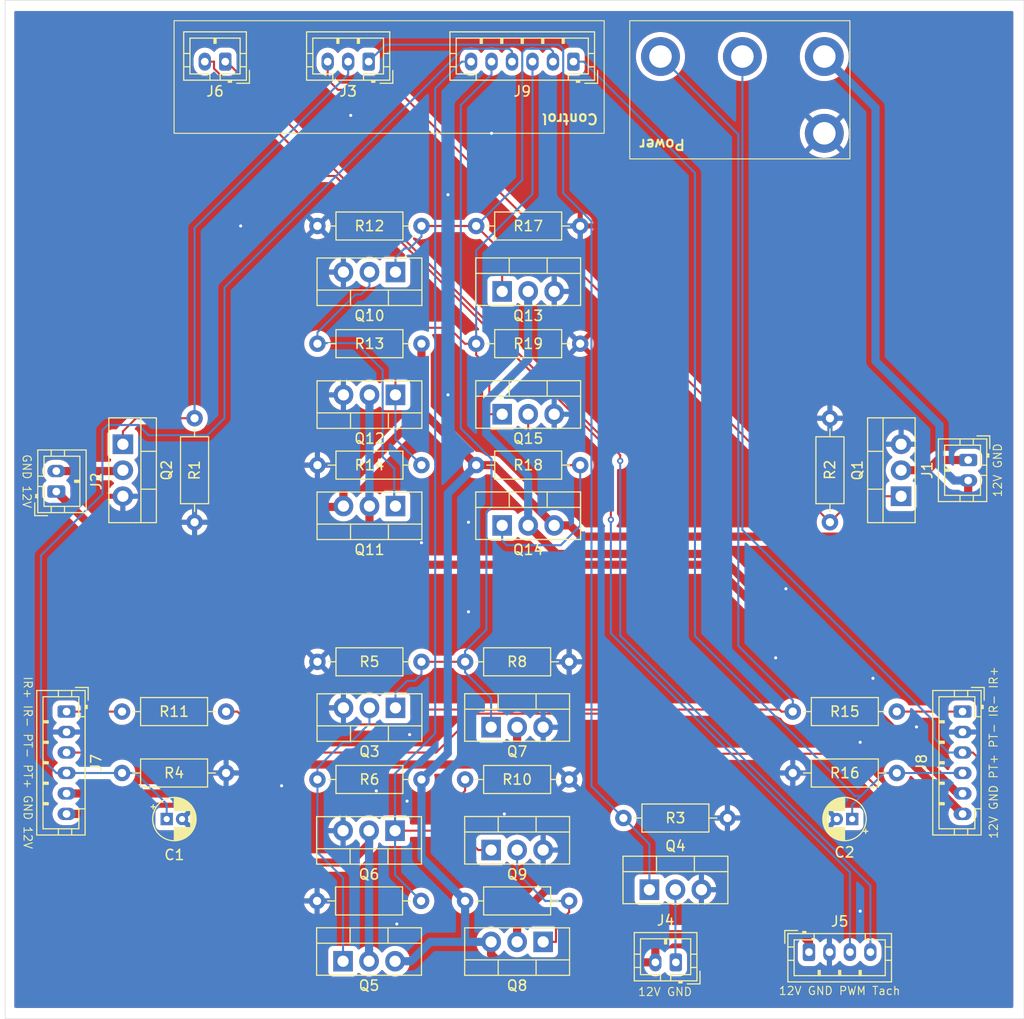
<source format=kicad_pcb>
(kicad_pcb (version 20240108) (generator "pcbnew") (generator_version "8.0")
  (layers (0 "F.Cu" signal) (31 "B.Cu" signal) (36 "B.SilkS" user "B.Silkscreen") (37 "F.SilkS" user "F.Silkscreen") (38 "B.Mask" user) (44 "Edge.Cuts" user))
  (net 0 "")
  (net 1 "GND")
  (net 2 "/Motors/(left) sense^{analog}")
  (net 3 "/Motors/(right) sense^{analog}")
  (net 4 "+12V")
  (net 5 "Net-(J1-Pin_1)")
  (net 6 "Net-(J2-Pin_2)")
  (net 7 "/Main Brush/mainBrushActivate")
  (net 8 "/Sweep Brushes/rightBrushActivate")
  (net 9 "/Sweep Brushes/leftBrushActivate")
  (net 10 "Net-(J4-Pin_1)")
  (net 11 "/Vacuum Turbine/Tach")
  (net 12 "/Vacuum Turbine/PWM")
  (net 13 "Net-(J7-Pin_1)")
  (net 14 "+5V")
  (net 15 "Net-(J7-Pin_5)")
  (net 16 "Net-(J7-Pin_6)")
  (net 17 "Net-(J8-Pin_5)")
  (net 18 "Net-(J8-Pin_6)")
  (net 19 "Net-(J8-Pin_1)")
  (net 20 "/Motors/(right) forwardActive")
  (net 21 "/Motors/(left) reverseActive")
  (net 22 "/Motors/(left) forwardActive")
  (net 23 "/Motors/(right) reverseActive")
  (net 24 "Net-(Q3-D)")
  (net 25 "Net-(Q8-G)")
  (net 26 "Net-(Q10-D)")
  (net 27 "Net-(Q14-G)")
  (net 28 "+3.3V")
  (footprint "Package_TO_SOT_THT:TO-220-3_Vertical" (layer "F.Cu") (at 145.09 95.945)
    (property "Reference" "Q15")
    (property "Value" "IRF540N")
  )
  (footprint "Resistor_THT:R_Axial_DIN0207_L6.3mm_D2.5mm_P10.16mm_Horizontal" (layer "F.Cu") (at 107.97 131)
    (property "Reference" "R4")
    (property "Value" "5.1k")
  )
  (footprint "Package_TO_SOT_THT:TO-220-3_Vertical" (layer "F.Cu") (at 134.63 136.635 180)
    (property "Reference" "Q6")
    (property "Value" "IRF540N")
  )
  (footprint "Package_TO_SOT_THT:TO-220-3_Vertical" (layer "F.Cu") (at 159.47 142.4)
    (property "Reference" "Q4")
    (property "Value" "IRF540N")
  )
  (footprint "Package_TO_SOT_THT:TO-220-3_Vertical" (layer "F.Cu") (at 149.09 147.5 180)
    (property "Reference" "Q8")
    (property "Value" "IRF9540N")
  )
  (footprint "Package_TO_SOT_THT:TO-220-3_Vertical" (layer "F.Cu") (at 134.67 124.635 180)
    (property "Reference" "Q3")
    (property "Value" "IRF540N")
  )
  (footprint "Package_TO_SOT_THT:TO-220-3_Vertical" (layer "F.Cu") (at 144.01 138.525)
    (property "Reference" "Q9")
    (property "Value" "IRF540N")
  )
  (footprint "Resistor_THT:R_Axial_DIN0207_L6.3mm_D2.5mm_P10.16mm_Horizontal" (layer "F.Cu") (at 142.55 100.92)
    (property "Reference" "R18")
    (property "Value" "10K")
  )
  (footprint "Resistor_THT:R_Axial_DIN0207_L6.3mm_D2.5mm_P10.16mm_Horizontal" (layer "F.Cu") (at 127.05 120.135)
    (property "Reference" "R5")
    (property "Value" "10K")
  )
  (footprint "Connector_JST:JST_PH_B2B-PH-K_1x02_P2.00mm_Vertical" (layer "F.Cu") (at 190.6 100.42 -90)
    (property "Reference" "J1")
    (property "Value" "Brush Motor 2 (right)")
  )
  (footprint "Capacitor_THT:CP_Radial_D4.0mm_P1.50mm" (layer "F.Cu") (at 179.2726 135.5 180)
    (property "Reference" "C2")
    (property "Value" "0.1uF")
  )
  (footprint "MountingHole:MountingHole_2.2mm_M2_DIN965_Pad" (layer "F.Cu") (at 176.55 68.5 -90)
    (property "Reference" "H2" (hide yes))
    (property "Value" "GND (external in)" (hide yes))
  )
  (footprint "Resistor_THT:R_Axial_DIN0207_L6.3mm_D2.5mm_P10.16mm_Horizontal" (layer "F.Cu") (at 183.63 131 180)
    (property "Reference" "R16")
    (property "Value" "5.1k")
  )
  (footprint "Resistor_THT:R_Axial_DIN0207_L6.3mm_D2.5mm_P10.16mm_Horizontal" (layer "F.Cu") (at 151.63 131.635 180)
    (property "Reference" "R10")
    (property "Value" "10K")
  )
  (footprint "Resistor_THT:R_Axial_DIN0207_L6.3mm_D2.5mm_P10.16mm_Horizontal" (layer "F.Cu") (at 137.21 100.92 180)
    (property "Reference" "R14")
    (property "Value" "10k")
  )
  (footprint "Connector_JST:JST_PH_B6B-PH-K_1x06_P2.00mm_Vertical" (layer "F.Cu") (at 190.05 125 -90)
    (property "Reference" "J8")
    (property "Value" "Motor (right)")
  )
  (footprint "Package_TO_SOT_THT:TO-220-3_Vertical" (layer "F.Cu") (at 144.01 126.525)
    (property "Reference" "Q7")
    (property "Value" "IRF540N")
  )
  (footprint "Resistor_THT:R_Axial_DIN0207_L6.3mm_D2.5mm_P10.16mm_Horizontal" (layer "F.Cu") (at 141.47 120.135)
    (property "Reference" "R8")
    (property "Value" "10k")
  )
  (footprint "Resistor_THT:R_Axial_DIN0207_L6.3mm_D2.5mm_P10.16mm_Horizontal" (layer "F.Cu") (at 152.71 89.055 180)
    (property "Reference" "R19")
    (property "Value" "10K")
  )
  (footprint "Package_TO_SOT_THT:TO-220-3_Vertical" (layer "F.Cu") (at 134.67 82.055 180)
    (property "Reference" "Q10")
    (property "Value" "IRF540N")
  )
  (footprint "MountingHole:MountingHole_2.2mm_M2_DIN965_Pad" (layer "F.Cu") (at 160.55 61 -90)
    (property "Reference" "H4" (hide yes))
    (property "Value" "3.3V (external in)" (hide yes))
  )
  (footprint "MountingHole:MountingHole_2.2mm_M2_DIN965_Pad" (layer "F.Cu") (at 176.55 61 -90)
    (property "Reference" "H1" (hide yes))
    (property "Value" "12V (external in)" (hide yes))
  )
  (footprint "Connector_JST:JST_PH_B2B-PH-K_1x02_P2.00mm_Vertical" (layer "F.Cu") (at 162.05 149.5 180)
    (property "Reference" "J4")
    (property "Value" "Brush Motor Main")
  )
  (footprint "Package_TO_SOT_THT:TO-220-3_Vertical" (layer "F.Cu") (at 108.05 98.88 -90)
    (property "Reference" "Q2")
    (property "Value" "IRF540N")
  )
  (footprint "Resistor_THT:R_Axial_DIN0207_L6.3mm_D2.5mm_P10.16mm_Horizontal" (layer "F.Cu") (at 141.47 143.5)
    (property "Reference" "R9" (hide yes))
    (property "Value" "10K")
  )
  (footprint "Package_TO_SOT_THT:TO-220-3_Vertical" (layer "F.Cu") (at 145.09 106.81)
    (property "Reference" "Q14")
    (property "Value" "IRF9540N")
  )
  (footprint "Connector_JST:JST_PH_B3B-PH-K_1x03_P2.00mm_Vertical" (layer "F.Cu") (at 132.05 61.5 180)
    (property "Reference" "J3")
    (property "Value" "Brush Header (control)")
  )
  (footprint "Resistor_THT:R_Axial_DIN0207_L6.3mm_D2.5mm_P10.16mm_Horizontal" (layer "F.Cu") (at 156.93 135.4)
    (property "Reference" "R3")
    (property "Value" "10k")
  )
  (footprint "Resistor_THT:R_Axial_DIN0207_L6.3mm_D2.5mm_P10.16mm_Horizontal" (layer "F.Cu") (at 183.63 125 180)
    (property "Reference" "R15")
    (property "Value" "10")
  )
  (footprint "Resistor_THT:R_Axial_DIN0207_L6.3mm_D2.5mm_P10.16mm_Horizontal" (layer "F.Cu") (at 115.05 96.34 -90)
    (property "Reference" "R1")
    (property "Value" "10k")
  )
  (footprint "Resistor_THT:R_Axial_DIN0207_L6.3mm_D2.5mm_P10.16mm_Horizontal" (layer "F.Cu") (at 137.21 131.635 180)
    (property "Reference" "R6")
    (property "Value" "10K")
  )
  (footprint "Resistor_THT:R_Axial_DIN0207_L6.3mm_D2.5mm_P10.16mm_Horizontal" (layer "F.Cu") (at 177.1 106.5 90)
    (property "Reference" "R2")
    (property "Value" "10k")
  )
  (footprint "Capacitor_THT:CP_Radial_D4.0mm_P1.50mm" (layer "F.Cu") (at 112.3274 135.5)
    (property "Reference" "C1")
    (property "Value" "0.1uF")
  )
  (footprint "Resistor_THT:R_Axial_DIN0207_L6.3mm_D2.5mm_P10.16mm_Horizontal" (layer "F.Cu") (at 142.55 77.555)
    (property "Reference" "R17")
    (property "Value" "10k")
  )
  (footprint "Package_TO_SOT_THT:TO-220-3_Vertical" (layer "F.Cu") (at 134.67 94.055 180)
    (property "Reference" "Q12")
    (property "Value" "IRF540N")
  )
  (footprint "MountingHole:MountingHole_2.2mm_M2_DIN965_Pad" (layer "F.Cu") (at 168.55 61 -90)
    (property "Reference" "H3" (hide yes))
    (property "Value" "5V (external in)" (hide yes))
  )
  (footprint "Resistor_THT:R_Axial_DIN0207_L6.3mm_D2.5mm_P10.16mm_Horizontal" (layer "F.Cu") (at 107.97 125)
    (property "Reference" "R11")
    (property "Value" "10")
  )
  (footprint "Package_TO_SOT_THT:TO-220-3_Vertical" (layer "F.Cu") (at 184.045 103.96 90)
    (property "Reference" "Q1")
    (property "Value" "IRF540N")
  )
  (footprint "Connector_JST:JST_PH_B2B-PH-K_1x02_P2.00mm_Vertical" (layer "F.Cu") (at 101.55 103.5 90)
    (property "Reference" "J2")
    (property "Value" "Brush Motor 1 (left)")
  )
  (footprint "Package_TO_SOT_THT:TO-220-3_Vertical" (layer "F.Cu") (at 129.55 149.39)
    (property "Reference" "Q5")
    (property "Value" "IRF9540N")
  )
  (footprint "Resistor_THT:R_Axial_DIN0207_L6.3mm_D2.5mm_P10.16mm_Horizontal" (layer "F.Cu") (at 137.21 89.055 180)
    (property "Reference" "R13")
    (property "Value" "10K")
  )
  (footprint "Resistor_THT:R_Axial_DIN0207_L6.3mm_D2.5mm_P10.16mm_Horizontal" (layer "F.Cu") (at 127.05 77.555)
    (property "Reference" "R12")
    (property "Value" "10K")
  )
  (footprint "Resistor_THT:R_Axial_DIN0207_L6.3mm_D2.5mm_P10.16mm_Horizontal" (layer "F.Cu") (at 137.17 143.5 180)
    (property "Reference" "R7" (hide yes))
    (property "Value" "10k")
  )
  (footprint "Package_TO_SOT_THT:TO-220-3_Vertical" (layer "F.Cu") (at 134.67 104.92 180)
    (property "Reference" "Q11")
    (property "Value" "IRF9540N")
  )
  (footprint "Connector_JST:JST_PH_B6B-PH-K_1x06_P2.00mm_Vertical" (layer "F.Cu") (at 152.05 61.5 180)
    (property "Reference" "J9")
    (property "Value" "Motor Header (control)")
  )
  (footprint "Connector_JST:JST_PH_B4B-PH-K_1x04_P2.00mm_Vertical" (layer "F.Cu") (at 175.05 148.5)
    (property "Reference" "J5")
    (property "Value" "Vacuum")
  )
  (footprint "Package_TO_SOT_THT:TO-220-3_Vertical" (layer "F.Cu") (at 145.09 83.945)
    (property "Reference" "Q13")
    (property "Value" "IRF540N")
  )
  (footprint "Connector_JST:JST_PH_B2B-PH-K_1x02_P2.00mm_Vertical" (layer "F.Cu") (at 118.05 61.5 180)
    (property "Reference" "J6")
    (property "Value" "Vacuum Header (control)")
  )
  (footprint "Connector_JST:JST_PH_B6B-PH-K_1x06_P2.00mm_Vertical" (layer "F.Cu") (at 102.55 125 -90)
    (property "Reference" "J7")
    (property "Value" "Motor (left)")
  )
  (gr_rect (start 113.05 57.5) (end 155.05 68.5) (stroke (width 0.1)) (fill none) (layer "F.SilkS"))
  (gr_rect (start 157.55 57.5) (end 179.05 71) (stroke (width 0.1)) (fill none) (layer "F.SilkS"))
  (gr_rect (start 96.55 55.5) (end 196.05 155) (stroke (width 0.05)) (fill none) (layer "Edge.Cuts"))
  (gr_text "12V GND PWM Tach" (at 172.05 152.75 0) (layer "F.SilkS") (effects (font (size 0.8 0.8) (thickness 0.1)) (justify left bottom)))
  (gr_text "GND 12V" (at 98.2 99.8 270) (layer "F.SilkS") (effects (font (size 0.8 0.8) (thickness 0.1)) (justify left bottom)))
  (gr_text "Control\n" (at 154.55 66.5 180) (layer "F.SilkS") (effects (font (size 1 1) (thickness 0.2) (bold yes)) (justify left bottom)))
  (gr_text "IR+ IR- PT- PT+ GND 12V" (at 98.3 121.510953 270) (layer "F.SilkS") (effects (font (size 0.8 0.8) (thickness 0.1)) (justify left bottom)))
  (gr_text "12V GND" (at 193.95 104.118572 90) (layer "F.SilkS") (effects (font (size 0.8 0.8) (thickness 0.1)) (justify left bottom)))
  (gr_text "12V GND PT+ PT- IR- IR+" (at 193.55 137.489048 90) (layer "F.SilkS") (effects (font (size 0.8 0.8) (thickness 0.1)) (justify left bottom)))
  (gr_text "Power" (at 163.05 69 180) (layer "F.SilkS") (effects (font (size 1 1) (thickness 0.2) (bold yes)) (justify left bottom)))
  (gr_text "12V GND" (at 158.3 152.85 0) (layer "F.SilkS") (effects (font (size 0.8 0.8) (thickness 0.1)) (justify left bottom)))
  (via (at 171.8 119.75) (size 0.6) (drill 0.3) (layers "F.Cu" "B.Cu") (net 1))
  (via (at 139.8 94.055) (size 0.6) (drill 0.3) (layers "F.Cu" "B.Cu") (net 1))
  (via (at 139.8 74.5) (size 0.6) (drill 0.3) (layers "F.Cu" "B.Cu") (net 1))
  (via (at 132.13 85.75) (size 0.6) (drill 0.3) (layers "F.Cu" "B.Cu") (net 1))
  (via (at 180.05 128) (size 0.6) (drill 0.3) (layers "F.Cu" "B.Cu") (net 1))
  (via (at 144.05 68.5) (size 0.6) (drill 0.3) (layers "F.Cu" "B.Cu") (net 1))
  (via (at 141.8 106.5) (size 0.6) (drill 0.3) (layers "F.Cu" "B.Cu") (net 1))
  (via (at 137.21 108.5) (size 0.6) (drill 0.3) (layers "F.Cu" "B.Cu") (net 1))
  (via (at 136.05 127.25) (size 0.6) (drill 0.3) (layers "F.Cu" "B.Cu") (net 1))
  (via (at 135.8 133.75) (size 0.6) (drill 0.3) (layers "F.Cu" "B.Cu") (net 1))
  (via (at 123.55 132.25) (size 0.6) (drill 0.3) (layers "F.Cu" "B.Cu") (net 1))
  (via (at 134.8 145.75) (size 0.6) (drill 0.3) (layers "F.Cu" "B.Cu") (net 1))
  (via (at 130.3 66.75) (size 0.6) (drill 0.3) (layers "F.Cu" "B.Cu") (net 1))
  (via (at 119.55 77.555) (size 0.6) (drill 0.3) (layers "F.Cu" "B.Cu") (net 1))
  (via (at 132.8 132.75) (size 0.6) (drill 0.3) (layers "F.Cu" "B.Cu") (net 1))
  (via (at 185.55 126.5) (size 0.6) (drill 0.3) (layers "F.Cu" "B.Cu") (net 1))
  (via (at 181.3 121.75) (size 0.6) (drill 0.3) (layers "F.Cu" "B.Cu") (net 1))
  (via (at 145.3 135) (size 0.6) (drill 0.3) (layers "F.Cu" "B.Cu") (net 1))
  (via (at 180.05 144.5) (size 0.6) (drill 0.3) (layers "F.Cu" "B.Cu") (net 1))
  (via (at 141.8 115.25) (size 0.6) (drill 0.3) (layers "F.Cu" "B.Cu") (net 1))
  (via (at 172.8 113) (size 0.6) (drill 0.3) (layers "F.Cu" "B.Cu") (net 1))
  (segment (start 150.17 81.1967) (end 150.17 83.945) (width 0.2) (layer "B.Cu") (net 1))
  (segment (start 152.71 77.555) (end 152.71 78.6567) (width 0.2) (layer "B.Cu") (net 1))
  (segment (start 150.17 91.595) (end 152.71 89.055) (width 0.2) (layer "B.Cu") (net 1))
  (segment (start 150.17 86.515) (end 150.17 83.945) (width 0.2) (layer "B.Cu") (net 1))
  (segment (start 152.71 78.6567) (end 150.17 81.1967) (width 0.2) (layer "B.Cu") (net 1))
  (segment (start 150.17 95.945) (end 150.17 91.595) (width 0.2) (layer "B.Cu") (net 1))
  (segment (start 152.71 89.055) (end 150.17 86.515) (width 0.2) (layer "B.Cu") (net 1))
  (segment (start 110.55 98) (end 109.55 97) (width 0.2) (layer "B.Cu") (net 2))
  (segment (start 146.05 61.5) (end 146.05 60.5) (width 0.2) (layer "B.Cu") (net 2))
  (segment (start 106.05 103.75) (end 100.05 109.75) (width 0.2) (layer "B.Cu") (net 2))
  (segment (start 146.05 60.5) (end 145.7874 60.2374) (width 0.2) (layer "B.Cu") (net 2))
  (segment (start 112.3274 135.5) (end 112.3274 134.0274) (width 0.2) (layer "B.Cu") (net 2))
  (segment (start 106.05 97.5) (end 106.05 103.75) (width 0.2) (layer "B.Cu") (net 2))
  (segment (start 117.973 96.327) (end 116.3 98) (width 0.2) (layer "B.Cu") (net 2))
  (segment (start 101.55 131) (end 102.55 131) (width 0.2) (layer "B.Cu") (net 2))
  (segment (start 145.7874 60.2374) (end 141.3126 60.2374) (width 0.2) (layer "B.Cu") (net 2))
  (segment (start 106.55 97) (end 106.05 97.5) (width 0.2) (layer "B.Cu") (net 2))
  (segment (start 112.3274 134.0274) (end 109.3 131) (width 0.2) (layer "B.Cu") (net 2))
  (segment (start 141.3126 60.2374) (end 117.973 83.577) (width 0.2) (layer "B.Cu") (net 2))
  (segment (start 109.55 97) (end 106.55 97) (width 0.2) (layer "B.Cu") (net 2))
  (segment (start 102.55 131) (end 107.97 131) (width 0.2) (layer "B.Cu") (net 2))
  (segment (start 109.3 131) (end 107.97 131) (width 0.2) (layer "B.Cu") (net 2))
  (segment (start 100.05 109.75) (end 100.05 129.5) (width 0.2) (layer "B.Cu") (net 2))
  (segment (start 116.3 98) (end 110.55 98) (width 0.2) (layer "B.Cu") (net 2))
  (segment (start 117.973 83.577) (end 117.973 96.327) (width 0.2) (layer "B.Cu") (net 2))
  (segment (start 100.05 129.5) (end 101.55 131) (width 0.2) (layer "B.Cu") (net 2))
  (segment (start 180.133 133.2444) (end 179.5444 133.2444) (width 0.2) (layer "B.Cu") (net 3))
  (segment (start 179.2726 134.1048) (end 179.2726 135.5) (width 0.2) (layer "B.Cu") (net 3))
  (segment (start 163.9176 72.3676) (end 153.05 61.5) (width 0.2) (layer "B.Cu") (net 3))
  (segment (start 163.9176 117.6176) (end 163.9176 72.3676) (width 0.2) (layer "B.Cu") (net 3))
  (segment (start 179.5444 133.2444) (end 163.9176 117.6176) (width 0.2) (layer "B.Cu") (net 3))
  (segment (start 190.05 131) (end 183.63 131) (width 0.2) (layer "B.Cu") (net 3))
  (segment (start 183.63 131) (end 182.3774 131) (width 0.2) (layer "B.Cu") (net 3))
  (segment (start 182.3774 131) (end 180.133 133.2444) (width 0.2) (layer "B.Cu") (net 3))
  (segment (start 153.05 61.5) (end 152.05 61.5) (width 0.2) (layer "B.Cu") (net 3))
  (segment (start 180.133 133.2444) (end 179.2726 134.1048) (width 0.2) (layer "B.Cu") (net 3))
  (segment (start 129.59 104.92) (end 129.59 103.3183) (width 0.8) (layer "F.Cu") (net 4))
  (segment (start 160.05 149.5) (end 160.05 149.1002) (width 0.8) (layer "F.Cu") (net 4))
  (segment (start 144.8 149.5) (end 144.01 148.71) (width 0.8) (layer "F.Cu") (net 4))
  (segment (start 110.05 107) (end 112.8 104.25) (width 0.8) (layer "F.Cu") (net 4))
  (segment (start 112.8 104.25) (end 126.55 104.25) (width 0.8) (layer "F.Cu") (net 4))
  (segment (start 151.7242 106.81) (end 152.8182 107.904) (width 0.8) (layer "F.Cu") (net 4))
  (segment (start 160.05 149.1002) (end 159.6502 149.5) (width 0.8) (layer "F.Cu") (net 4))
  (segment (start 150.17 106.81) (end 151.7242 106.81) (width 0.8) (layer "F.Cu") (net 4))
  (segment (start 137.2692 95.6391) (end 142.55 100.92) (width 0.8) (layer "F.Cu") (net 4))
  (segment (start 142.55 100.92) (end 144.28 100.92) (width 0.8) (layer "F.Cu") (net 4))
  (segment (start 137.21 89.055) (end 137.21 95.58) (width 0.8) (layer "F.Cu") (net 4))
  (segment (start 144.01 148.71) (end 144.01 147.5) (width 0.8) (layer "F.Cu") (net 4))
  (segment (start 161.3 146.75) (end 160.05 148) (width 0.8) (layer "F.Cu") (net 4))
  (segment (start 175.05 147.5) (end 174.3 146.75) (width 0.8) (layer "F.Cu") (net 4))
  (segment (start 144.28 100.92) (end 150.17 106.81) (width 0.8) (layer "F.Cu") (net 4))
  (segment (start 175.05 148.5) (end 175.05 147.5) (width 0.8) (layer "F.Cu") (net 4))
  (segment (start 137.2692 95.6391) (end 129.59 103.3183) (width 0.8) (layer "F.Cu") (net 4))
  (segment (start 126.55 104.25) (end 127.3 105) (width 0.8) (layer "F.Cu") (net 4))
  (segment (start 105.05 107) (end 110.05 107) (width 0.8) (layer "F.Cu") (net 4))
  (segment (start 186.3177 107.904) (end 190.6 103.6217) (width 0.8) (layer "F.Cu") (net 4))
  (segment (start 101.55 103.5) (end 105.05 107) (width 0.8) (layer "F.Cu") (net 4))
  (segment (start 137.21 95.58) (end 137.2692 95.6391) (width 0.8) (layer "F.Cu") (net 4))
  (segment (start 190.6 102.42) (end 190.6 103.6217) (width 0.8) (layer "F.Cu") (net 4))
  (segment (start 174.3 146.75) (end 161.3 146.75) (width 0.8) (layer "F.Cu") (net 4))
  (segment (start 159.6502 149.5) (end 144.8 149.5) (width 0.8) (layer "F.Cu") (net 4))
  (segment (start 152.8182 107.904) (end 186.3177 107.904) (width 0.8) (layer "F.Cu") (net 4))
  (segment (start 127.3 105) (end 129.51 105) (width 0.8) (layer "F.Cu") (net 4))
  (segment (start 129.51 105) (end 129.59 104.92) (width 0.8) (layer "F.Cu") (net 4))
  (segment (start 160.05 148) (end 160.05 149.1002) (width 0.8) (layer "F.Cu") (net 4))
  (segment (start 143.2329 147.5) (end 141.47 147.5) (width 0.8) (layer "B.Cu") (net 4))
  (segment (start 189.22 102.42) (end 187.8 101) (width 0.8) (layer "B.Cu") (net 4))
  (segment (start 190.6 102.42) (end 189.22 102.42) (width 0.8) (layer "B.Cu") (net 4))
  (segment (start 181.5498 65.9998) (end 176.55 61) (width 0.8) (layer "B.Cu") (net 4))
  (segment (start 139.7806 103.6894) (end 142.55 100.92) (width 0.8) (layer "B.Cu") (net 4))
  (segment (start 134.63 149.39) (end 136.1842 149.39) (width 0.8) (layer "B.Cu") (net 4))
  (segment (start 141.47 143.5) (end 137.21 139.24) (width 0.8) (layer "B.Cu") (net 4))
  (segment (start 144.01 147.5) (end 143.2329 147.5) (width 0.8) (layer "B.Cu") (net 4))
  (segment (start 141.47 147.5) (end 141.47 143.5) (width 0.8) (layer "B.Cu") (net 4))
  (segment (start 137.21 139.24) (end 137.21 131.635) (width 0.8) (layer "B.Cu") (net 4))
  (segment (start 137.21 131.635) (end 139.7806 129.0644) (width 0.8) (layer "B.Cu") (net 4))
  (segment (start 141.47 147.5) (end 138.0742 147.5) (width 0.8) (layer "B.Cu") (net 4))
  (segment (start 138.0742 147.5) (end 136.1842 149.39) (width 0.8) (layer "B.Cu") (net 4))
  (segment (start 181.5498 90.7498) (end 181.5498 65.9998) (width 0.8) (layer "B.Cu") (net 4))
  (segment (start 187.8 97) (end 181.5498 90.7498) (width 0.8) (layer "B.Cu") (net 4))
  (segment (start 139.7806 129.0644) (end 139.7806 103.6894) (width 0.8) (layer "B.Cu") (net 4))
  (segment (start 187.8 101) (end 187.8 97) (width 0.8) (layer "B.Cu") (net 4))
  (segment (start 187.63 100.42) (end 190.6 100.42) (width 0.8) (layer "F.Cu") (net 5))
  (segment (start 184.045 101.42) (end 186.63 101.42) (width 0.8) (layer "F.Cu") (net 5))
  (segment (start 186.63 101.42) (end 187.63 100.42) (width 0.8) (layer "F.Cu") (net 5))
  (segment (start 101.55 101.5) (end 107.97 101.5) (width 0.8) (layer "F.Cu") (net 6))
  (segment (start 107.97 101.5) (end 108.05 101.42) (width 0.8) (layer "F.Cu") (net 6))
  (segment (start 151.05 74.3369) (end 151.05 60.25) (width 0.2) (layer "B.Cu") (net 7))
  (segment (start 153.8117 132.2817) (end 153.8117 77.0986) (width 0.2) (layer "B.Cu") (net 7))
  (segment (start 133.7126 59.8374) (end 132.05 61.5) (width 0.2) (layer "B.Cu") (net 7))
  (segment (start 156.93 135.4) (end 153.8117 132.2817) (width 0.2) (layer "B.Cu") (net 7))
  (segment (start 151.05 60.25) (end 150.6374 59.8374) (width 0.2) (layer "B.Cu") (net 7))
  (segment (start 156.93 135.4) (end 159.47 137.94) (width 0.2) (layer "B.Cu") (net 7))
  (segment (start 150.6374 59.8374) (end 133.7126 59.8374) (width 0.2) (layer "B.Cu") (net 7))
  (segment (start 159.47 137.94) (end 159.47 142.4) (width 0.2) (layer "B.Cu") (net 7))
  (segment (start 153.8117 77.0986) (end 151.05 74.3369) (width 0.2) (layer "B.Cu") (net 7))
  (segment (start 129.05 64.25) (end 134.85 64.25) (width 0.2) (layer "F.Cu") (net 8))
  (segment (start 128.05 63.25) (end 129.05 64.25) (width 0.2) (layer "F.Cu") (net 8))
  (segment (start 179.64 103.96) (end 177.1 106.5) (width 0.2) (layer "F.Cu") (net 8))
  (segment (start 184.045 103.96) (end 179.64 103.96) (width 0.2) (layer "F.Cu") (net 8))
  (segment (start 128.05 61.5) (end 128.05 63.25) (width 0.2) (layer "F.Cu") (net 8))
  (segment (start 134.85 64.25) (end 177.1 106.5) (width 0.2) (layer "F.Cu") (net 8))
  (segment (start 108.05 98.88) (end 108.05 97.6258) (width 0.2) (layer "F.Cu") (net 9))
  (segment (start 109.3358 96.34) (end 108.05 97.6258) (width 0.2) (layer "F.Cu") (net 9))
  (segment (start 115.05 96.34) (end 109.3358 96.34) (width 0.2) (layer "F.Cu") (net 9))
  (segment (start 130.05 62.75) (end 115.05 77.75) (width 0.2) (layer "B.Cu") (net 9))
  (segment (start 115.05 77.75) (end 115.05 96.34) (width 0.2) (layer "B.Cu") (net 9))
  (segment (start 130.05 61.5) (end 130.05 62.75) (width 0.2) (layer "B.Cu") (net 9))
  (segment (start 162.05 149.5) (end 162.01 149.46) (width 0.2) (layer "B.Cu") (net 10))
  (segment (start 162.01 149.46) (end 162.01 142.4) (width 0.2) (layer "B.Cu") (net 10))
  (segment (start 118.178 61.5) (end 118.05 61.5) (width 0.2) (layer "F.Cu") (net 11))
  (segment (start 156.6161 100.5083) (end 156.6161 99.9381) (width 0.2) (layer "F.Cu") (net 11))
  (segment (start 156.6161 99.9381) (end 118.178 61.5) (width 0.2) (layer "F.Cu") (net 11))
  (via (at 156.6161 100.5083) (size 0.6) (drill 0.3) (layers "F.Cu" "B.Cu") (net 11))
  (segment (start 181.05 148.5) (end 181.05 141.9908) (width 0.2) (layer "B.Cu") (net 11))
  (segment (start 156.6161 117.5569) (end 156.6161 100.5083) (width 0.2) (layer "B.Cu") (net 11))
  (segment (start 181.05 141.9908) (end 156.6161 117.5569) (width 0.2) (layer "B.Cu") (net 11))
  (segment (start 116.05 61.5) (end 116.9517 61.5) (width 0.2) (layer "F.Cu") (net 12))
  (segment (start 128.7659 72.6646) (end 127.438 72.6646) (width 0.2) (layer "F.Cu") (net 12))
  (segment (start 116.9517 62.1783) (end 116.9517 61.5) (width 0.2) (layer "F.Cu") (net 12))
  (segment (start 155.7041 99.6028) (end 128.7659 72.6646) (width 0.2) (layer "F.Cu") (net 12))
  (segment (start 155.7041 106.2516) (end 155.7041 99.6028) (width 0.2) (layer "F.Cu") (net 12))
  (segment (start 127.438 72.6646) (end 116.9517 62.1783) (width 0.2) (layer "F.Cu") (net 12))
  (via (at 155.7041 106.2516) (size 0.6) (drill 0.3) (layers "F.Cu" "B.Cu") (net 12))
  (segment (start 155.7041 117.3542) (end 155.7041 106.2516) (width 0.2) (layer "B.Cu") (net 12))
  (segment (start 179.05 140.7001) (end 155.7041 117.3542) (width 0.2) (layer "B.Cu") (net 12))
  (segment (start 179.05 148.5) (end 179.05 140.7001) (width 0.2) (layer "B.Cu") (net 12))
  (segment (start 102.55 125) (end 107.97 125) (width 0.2) (layer "F.Cu") (net 13))
  (segment (start 156.8841 125.2031) (end 142.4382 125.2031) (width 0.2) (layer "F.Cu") (net 14))
  (segment (start 191.55 135.5) (end 190.8 136.25) (width 0.2) (layer "F.Cu") (net 14))
  (segment (start 191.05 129) (end 191.55 129.5) (width 0.2) (layer "F.Cu") (net 14))
  (segment (start 190.8 136.25) (end 185.5717 136.25) (width 0.2) (layer "F.Cu") (net 14))
  (segment (start 185.5717 136.25) (end 178.4429 129.1212) (width 0.2) (layer "F.Cu") (net 14))
  (segment (start 191.55 129.5) (end 191.55 135.5) (width 0.2) (layer "F.Cu") (net 14))
  (segment (start 178.4429 129.1212) (end 160.8022 129.1212) (width 0.2) (layer "F.Cu") (net 14))
  (segment (start 160.8022 129.1212) (end 156.8841 125.2031) (width 0.2) (layer "F.Cu") (net 14))
  (segment (start 142.4382 125.2031) (end 138.6413 129) (width 0.2) (layer "F.Cu") (net 14))
  (segment (start 138.6413 129) (end 102.55 129) (width 0.2) (layer "F.Cu") (net 14))
  (segment (start 190.05 129) (end 191.05 129) (width 0.2) (layer "F.Cu") (net 14))
  (segment (start 168.5515 61.0015) (end 168.55 61) (width 0.2) (layer "B.Cu") (net 14))
  (segment (start 188.675 129) (end 187.3 127.625) (width 0.2) (layer "B.Cu") (net 14))
  (segment (start 168.5515 107.2515) (end 168.5515 61.0015) (width 0.2) (layer "B.Cu") (net 14))
  (segment (start 187.3 126) (end 168.5515 107.2515) (width 0.2) (layer "B.Cu") (net 14))
  (segment (start 190.05 129) (end 188.675 129) (width 0.2) (layer "B.Cu") (net 14))
  (segment (start 187.3 127.625) (end 187.3 126) (width 0.2) (layer "B.Cu") (net 14))
  (segment (start 122.6319 130.1681) (end 119.8 133) (width 0.8) (layer "F.Cu") (net 15))
  (segment (start 146.55 126.525) (end 146.55 128.1267) (width 0.8) (layer "F.Cu") (net 15))
  (segment (start 151.55 140.25) (end 151.55 136) (width 0.8) (layer "F.Cu") (net 15))
  (segment (start 146.55 147.5) (end 146.55 145.25) (width 0.8) (layer "F.Cu") (net 15))
  (segment (start 119.8 133) (end 102.55 133) (width 0.8) (layer "F.Cu") (net 15))
  (segment (start 145.7181 130.1681) (end 144.5086 130.1681) (width 0.8) (layer "F.Cu") (net 15))
  (segment (start 146.55 145.25) (end 151.55 140.25) (width 0.8) (layer "F.Cu") (net 15))
  (segment (start 144.5086 130.1681) (end 146.55 128.1267) (width 0.8) (layer "F.Cu") (net 15))
  (segment (start 144.5086 130.1681) (end 122.6319 130.1681) (width 0.8) (layer "F.Cu") (net 15))
  (segment (start 151.55 136) (end 145.7181 130.1681) (width 0.8) (layer "F.Cu") (net 15))
  (segment (start 130.2625 139.75) (end 132.09 137.9225) (width 0.8) (layer "F.Cu") (net 16))
  (segment (start 106.05 135) (end 110.8 139.75) (width 0.8) (layer "F.Cu") (net 16))
  (segment (start 102.55 135) (end 106.05 135) (width 0.8) (layer "F.Cu") (net 16))
  (segment (start 110.8 139.75) (end 130.2625 139.75) (width 0.8) (layer "F.Cu") (net 16))
  (segment (start 132.09 137.9225) (end 132.09 136.635) (width 0.8) (layer "F.Cu") (net 16))
  (segment (start 132.09 136.635) (end 132.09 149.39) (width 0.8) (layer "B.Cu") (net 16))
  (segment (start 190.05 133) (end 189.5594 133) (width 0.8) (layer "F.Cu") (net 17))
  (segment (start 150.4202 109.6002) (end 147.63 106.81) (width 0.8) (layer "F.Cu") (net 17))
  (segment (start 189.5594 133) (end 166.1596 109.6002) (width 0.8) (layer "F.Cu") (net 17))
  (segment (start 166.1596 109.6002) (end 150.4202 109.6002) (width 0.8) (layer "F.Cu") (net 17))
  (segment (start 143.5358 94.6957) (end 147.63 90.6015) (width 0.8) (layer "B.Cu") (net 17))
  (segment (start 147.63 90.6015) (end 147.63 83.945) (width 0.8) (layer "B.Cu") (net 17))
  (segment (start 147.63 101.9446) (end 143.5358 97.8504) (width 0.8) (layer "B.Cu") (net 17))
  (segment (start 147.63 106.81) (end 147.63 101.9446) (width 0.8) (layer "B.Cu") (net 17))
  (segment (start 143.5358 97.8504) (end 143.5358 94.6957) (width 0.8) (layer "B.Cu") (net 17))
  (segment (start 132.13 104.92) (end 132.13 106.5217) (width 0.8) (layer "F.Cu") (net 18))
  (segment (start 190.05 135) (end 165.6988 110.6488) (width 0.8) (layer "F.Cu") (net 18))
  (segment (start 136.2571 110.6488) (end 132.13 106.5217) (width 0.8) (layer "F.Cu") (net 18))
  (segment (start 165.6988 110.6488) (end 136.2571 110.6488) (width 0.8) (layer "F.Cu") (net 18))
  (segment (start 132.13 94.055) (end 132.13 104.92) (width 0.8) (layer "B.Cu") (net 18))
  (segment (start 190.05 125) (end 183.63 125) (width 0.2) (layer "F.Cu") (net 19))
  (segment (start 145.09 83.945) (end 145.09 80.095) (width 0.2) (layer "F.Cu") (net 20))
  (segment (start 137.21 77.555) (end 138.3117 77.555) (width 0.2) (layer "F.Cu") (net 20))
  (segment (start 142.55 77.555) (end 138.3117 77.555) (width 0.2) (layer "F.Cu") (net 20))
  (segment (start 145.09 80.095) (end 142.55 77.555) (width 0.2) (layer "F.Cu") (net 20))
  (segment (start 137.21 77.555) (end 137.21 78.59) (width 0.2) (layer "B.Cu") (net 20))
  (segment (start 135.55 79.75) (end 134.67 80.63) (width 0.2) (layer "B.Cu") (net 20))
  (segment (start 147.05 60.5884) (end 147.05 73.055) (width 0.2) (layer "B.Cu") (net 20))
  (segment (start 147.05 73.055) (end 142.55 77.555) (width 0.2) (layer "B.Cu") (net 20))
  (segment (start 150.05 61.5) (end 150.05 60.5) (width 0.2) (layer "B.Cu") (net 20))
  (segment (start 134.67 80.63) (end 134.67 82.055) (width 0.2) (layer "B.Cu") (net 20))
  (segment (start 137.21 78.59) (end 136.05 79.75) (width 0.2) (layer "B.Cu") (net 20))
  (segment (start 147.401 60.2374) (end 147.05 60.5884) (width 0.2) (layer "B.Cu") (net 20))
  (segment (start 149.7874 60.2374) (end 147.401 60.2374) (width 0.2) (layer "B.Cu") (net 20))
  (segment (start 136.05 79.75) (end 135.55 79.75) (width 0.2) (layer "B.Cu") (net 20))
  (segment (start 150.05 60.5) (end 149.7874 60.2374) (width 0.2) (layer "B.Cu") (net 20))
  (segment (start 141.47 131.635) (end 141.47 132.7367) (width 0.2) (layer "F.Cu") (net 21))
  (segment (start 140.8658 133.3409) (end 141.47 132.7367) (width 0.2) (layer "F.Cu") (net 21))
  (segment (start 134.63 136.635) (end 140.8658 136.635) (width 0.2) (layer "F.Cu") (net 21))
  (segment (start 144.01 138.525) (end 142.7558 138.525) (width 0.2) (layer "F.Cu") (net 21))
  (segment (start 140.8658 136.635) (end 142.7558 138.525) (width 0.2) (layer "F.Cu") (net 21))
  (segment (start 140.8658 136.635) (end 140.8658 133.3409) (width 0.2) (layer "F.Cu") (net 21))
  (segment (start 137.17 143.5) (end 134.63 140.96) (width 0.2) (layer "B.Cu") (net 21))
  (segment (start 138.55 64.0983) (end 141.1483 61.5) (width 0.2) (layer "B.Cu") (net 21))
  (segment (start 134.63 140.96) (end 134.63 136.635) (width 0.2) (layer "B.Cu") (net 21))
  (segment (start 134.63 136.635) (end 134.63 131.0541) (width 0.2) (layer "B.Cu") (net 21))
  (segment (start 141.1483 61.5) (end 142.05 61.5) (width 0.2) (layer "B.Cu") (net 21))
  (segment (start 138.55 127.1341) (end 138.55 64.0983) (width 0.2) (layer "B.Cu") (net 21))
  (segment (start 134.63 131.0541) (end 138.55 127.1341) (width 0.2) (layer "B.Cu") (net 21))
  (segment (start 141.47 120.135) (end 137.21 120.135) (width 0.2) (layer "F.Cu") (net 22))
  (segment (start 141.05 65.75) (end 141.05 97.3221) (width 0.2) (layer "B.Cu") (net 22))
  (segment (start 135.8 122) (end 134.67 123.13) (width 0.2) (layer "B.Cu") (net 22))
  (segment (start 141.47 120.135) (end 141.47 121.17) (width 0.2) (layer "B.Cu") (net 22))
  (segment (start 141.47 121.17) (end 144.01 123.71) (width 0.2) (layer "B.Cu") (net 22))
  (segment (start 137.21 121.34) (end 136.55 122) (width 0.2) (layer "B.Cu") (net 22))
  (segment (start 143.55 117) (end 141.47 119.08) (width 0.2) (layer "B.Cu") (net 22))
  (segment (start 141.47 119.08) (end 141.47 120.135) (width 0.2) (layer "B.Cu") (net 22))
  (segment (start 134.67 123.13) (end 134.67 124.635) (width 0.2) (layer "B.Cu") (net 22))
  (segment (start 144.01 123.71) (end 144.01 126.525) (width 0.2) (layer "B.Cu") (net 22))
  (segment (start 144.05 61.5) (end 144.05 62.75) (width 0.2) (layer "B.Cu") (net 22))
  (segment (start 137.21 120.135) (end 137.21 121.34) (width 0.2) (layer "B.Cu") (net 22))
  (segment (start 144.05 62.75) (end 141.05 65.75) (width 0.2) (layer "B.Cu") (net 22))
  (segment (start 141.05 97.3221) (end 144.05 100.3221) (width 0.2) (layer "B.Cu") (net 22))
  (segment (start 144.05 100.3221) (end 144.05 105) (width 0.2) (layer "B.Cu") (net 22))
  (segment (start 136.55 122) (end 135.8 122) (width 0.2) (layer "B.Cu") (net 22))
  (segment (start 143.55 105.5) (end 143.55 117) (width 0.2) (layer "B.Cu") (net 22))
  (segment (start 144.05 105) (end 143.55 105.5) (width 0.2) (layer "B.Cu") (net 22))
  (segment (start 134.67 94.055) (end 134.67 88.63) (width 0.2) (layer "F.Cu") (net 23))
  (segment (start 141.4483 89.055) (end 142.55 89.055) (width 0.2) (layer "F.Cu") (net 23))
  (segment (start 142.55 89.055) (end 142.55 90.1567) (width 0.2) (layer "F.Cu") (net 23))
  (segment (start 145.09 95.945) (end 143.8358 95.945) (width 0.2) (layer "F.Cu") (net 23))
  (segment (start 135.8 87.5) (end 139.8933 87.5) (width 0.2) (layer "F.Cu") (net 23))
  (segment (start 143.8358 95.945) (end 143.8358 91.4425) (width 0.2) (layer "F.Cu") (net 23))
  (segment (start 134.67 88.63) (end 135.8 87.5) (width 0.2) (layer "F.Cu") (net 23))
  (segment (start 139.8933 87.5) (end 141.4483 89.055) (width 0.2) (layer "F.Cu") (net 23))
  (segment (start 143.8358 91.4425) (end 142.55 90.1567) (width 0.2) (layer "F.Cu") (net 23))
  (segment (start 142.55 89.055) (end 142.55 79.9425) (width 0.2) (layer "B.Cu") (net 23))
  (segment (start 134.67 98.38) (end 134.67 94.055) (width 0.2) (layer "B.Cu") (net 23))
  (segment (start 148.05 74.4425) (end 148.05 62.6767) (width 0.2) (layer "B.Cu") (net 23))
  (segment (start 137.21 100.92) (end 134.67 98.38) (width 0.2) (layer "B.Cu") (net 23))
  (segment (start 142.55 79.9425) (end 148.05 74.4425) (width 0.2) (layer "B.Cu") (net 23))
  (segment (start 148.05 61.5) (end 148.05 62.6767) (width 0.2) (layer "B.Cu") (net 23))
  (segment (start 129.55 128) (end 130.3 128) (width 0.2) (layer "B.Cu") (net 24))
  (segment (start 130.3 128) (end 132.13 126.17) (width 0.2) (layer "B.Cu") (net 24))
  (segment (start 129.55 141.25) (end 129.55 149.39) (width 0.2) (layer "B.Cu") (net 24))
  (segment (start 127.05 131.5179) (end 127.05 138.75) (width 0.2) (layer "B.Cu") (net 24))
  (segment (start 127.05 138.75) (end 129.55 141.25) (width 0.2) (layer "B.Cu") (net 24))
  (segment (start 132.13 126.17) (end 132.13 124.635) (width 0.2) (layer "B.Cu") (net 24))
  (segment (start 127.05 130.5) (end 129.55 128) (width 0.2) (layer "B.Cu") (net 24))
  (segment (start 127.05 131.635) (end 127.05 131.5179) (width 0.2) (layer "B.Cu") (net 24))
  (segment (start 127.05 131.5179) (end 127.05 130.5) (width 0.2) (layer "B.Cu") (net 24))
  (segment (start 150.3442 147.5) (end 150.3442 145.8875) (width 0.2) (layer "F.Cu") (net 25))
  (segment (start 150.3442 145.8875) (end 151.63 144.6017) (width 0.2) (layer "F.Cu") (net 25))
  (segment (start 149.09 147.5) (end 150.3442 147.5) (width 0.2) (layer "F.Cu") (net 25))
  (segment (start 151.63 143.5) (end 151.63 144.6017) (width 0.2) (layer "F.Cu") (net 25))
  (segment (start 151.63 143.5) (end 149.3 143.5) (width 0.2) (layer "B.Cu") (net 25))
  (segment (start 149.3 143.5) (end 146.55 140.75) (width 0.2) (layer "B.Cu") (net 25))
  (segment (start 146.55 140.75) (end 146.55 138.525) (width 0.2) (layer "B.Cu") (net 25))
  (segment (start 134.67 104.92) (end 134.55 104.8) (width 0.2) (layer "B.Cu") (net 26))
  (segment (start 132.13 83.42) (end 132.13 82.055) (width 0.2) (layer "B.Cu") (net 26))
  (segment (start 134.55 104.8) (end 134.55 101.25) (width 0.2) (layer "B.Cu") (net 26))
  (segment (start 133.4175 91.6175) (end 130.8 89) (width 0.2) (layer "B.Cu") (net 26))
  (segment (start 131.3 84.25) (end 132.13 83.42) (width 0.2) (layer "B.Cu") (net 26))
  (segment (start 127.5459 89) (end 127.05 88.5041) (width 0.2) (layer "B.Cu") (net 26))
  (segment (start 127.05 88.5041) (end 127.05 87.9533) (width 0.2) (layer "B.Cu") (net 26))
  (segment (start 133.4175 100.1175) (end 133.4175 91.6175) (width 0.2) (layer "B.Cu") (net 26))
  (segment (start 127.05 87.9533) (end 130.7533 84.25) (width 0.2) (layer "B.Cu") (net 26))
  (segment (start 134.55 101.25) (end 133.4175 100.1175) (width 0.2) (layer "B.Cu") (net 26))
  (segment (start 130.8 89) (end 127.5459 89) (width 0.2) (layer "B.Cu") (net 26))
  (segment (start 127.05 89.055) (end 127.05 88.5041) (width 0.2) (layer "B.Cu") (net 26))
  (segment (start 130.7533 84.25) (end 131.3 84.25) (width 0.2) (layer "B.Cu") (net 26))
  (segment (start 147.63 98.08) (end 147.63 95.945) (width 0.2) (layer "F.Cu") (net 27))
  (segment (start 150.47 100.92) (end 147.63 98.08) (width 0.2) (layer "F.Cu") (net 27))
  (segment (start 152.71 100.92) (end 150.47 100.92) (width 0.2) (layer "F.Cu") (net 27))
  (segment (start 145.55 108.75) (end 145.09 108.29) (width 0.2) (layer "B.Cu") (net 27))
  (segment (start 150.8 108.75) (end 145.55 108.75) (width 0.2) (layer "B.Cu") (net 27))
  (segment (start 152.71 106.84) (end 150.8 108.75) (width 0.2) (layer "B.Cu") (net 27))
  (segment (start 145.09 108.29) (end 145.09 106.81) (width 0.2) (layer "B.Cu") (net 27))
  (segment (start 152.71 100.92) (end 152.71 106.84) (width 0.2) (layer "B.Cu") (net 27))
  (segment (start 172.1697 124.8014) (end 137.7486 124.8014) (width 0.2) (layer "F.Cu") (net 28))
  (segment (start 120.4817 126.25) (end 119.2317 125) (width 0.2) (layer "F.Cu") (net 28))
  (segment (start 172.3683 125) (end 172.1697 124.8014) (width 0.2) (layer "F.Cu") (net 28))
  (segment (start 136.3 126.25) (end 120.4817 126.25) (width 0.2) (layer "F.Cu") (net 28))
  (segment (start 173.47 125) (end 172.3683 125) (width 0.2) (layer "F.Cu") (net 28))
  (segment (start 137.7486 124.8014) (end 136.3 126.25) (width 0.2) (layer "F.Cu") (net 28))
  (segment (start 119.2317 125) (end 118.13 125) (width 0.2) (layer "F.Cu") (net 28))
  (segment (start 168.1498 118.5781) (end 168.1498 68.5998) (width 0.2) (layer "B.Cu") (net 28))
  (segment (start 168.1498 68.5998) (end 160.55 61) (width 0.2) (layer "B.Cu") (net 28))
  (segment (start 173.47 125) (end 173.47 123.8983) (width 0.2) (layer "B.Cu") (net 28))
  (segment (start 173.47 123.8983) (end 168.1498 118.5781) (width 0.2) (layer "B.Cu") (net 28))
  (zone (net 1) (net_name "GND") (layer "F.Cu") (connect_pads (clearance 0.5)) (min_thickness 0.25) (fill yes (thermal_gap 0.5) (thermal_bridge_width 0.5))
    (polygon (pts (xy 96.55 55.5) (xy 196.05 55.5) (xy 196.05 155) (xy 96.05 155)))
  )
  (zone (net 1) (net_name "GND") (layer "B.Cu") (priority 1) (connect_pads (clearance 0.5)) (min_thickness 0.25) (fill yes (thermal_gap 0.5) (thermal_bridge_width 0.5))
    (polygon (pts (xy 96.55 55.5) (xy 196.05 55.5) (xy 196.05 155) (xy 96.05 155)))
  )
)
</source>
